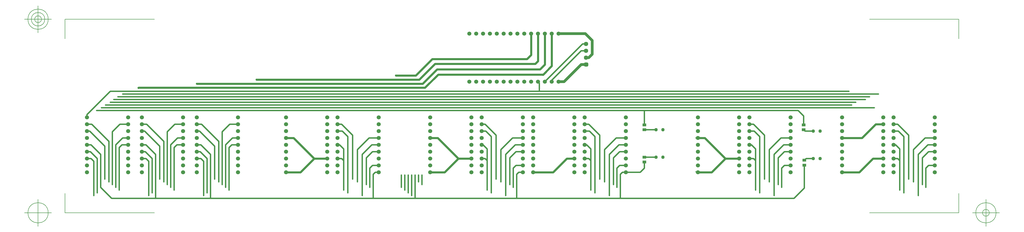
<source format=gbr>
G04 Generated by Ultiboard 14.1 *
%FSLAX34Y34*%
%MOMM*%

%ADD10C,0.0001*%
%ADD11C,0.5080*%
%ADD12C,0.7620*%
%ADD13C,1.0160*%
%ADD14C,0.2540*%
%ADD15C,0.1270*%
%ADD16C,0.5000*%
%ADD17C,0.7500*%
%ADD18C,1.5000*%
%ADD19R,1.4500X1.0500*%
%ADD20C,1.6088*%
%ADD21R,0.5291X0.5291*%
%ADD22C,0.9949*%
%ADD23C,1.2700*%


G04 ColorRGB 00FF00 for the following layer *
%LNCopper Top*%
%LPD*%
G54D10*
G54D11*
X104140Y60960D02*
X104140Y187960D01*
X307340Y60960D02*
X307340Y187960D01*
X332740Y213360D02*
X332740Y50800D01*
X510540Y60960D02*
X510540Y187960D01*
X535940Y213360D02*
X535940Y50800D01*
X1097280Y213360D02*
X1097280Y60960D01*
X1137920Y139700D02*
X1137920Y50800D01*
X1628140Y213360D02*
X1628140Y60960D01*
X2011680Y213360D02*
X2011680Y60960D01*
X2621280Y213360D02*
X2621280Y60960D01*
X3154680Y213360D02*
X3154680Y60960D01*
X116840Y71120D02*
X116840Y198120D01*
X198120Y238760D02*
X198120Y81280D01*
X320040Y71120D02*
X320040Y198120D01*
X401320Y238760D02*
X401320Y81280D01*
X523240Y71120D02*
X523240Y198120D01*
X604520Y238760D02*
X604520Y81280D01*
X1028700Y81280D02*
X1028700Y233680D01*
X1043940Y279400D02*
X1043940Y71120D01*
X1559560Y81280D02*
X1559560Y233680D01*
X1574800Y279400D02*
X1574800Y71120D01*
X1943100Y81280D02*
X1943100Y233680D01*
X1958340Y279400D02*
X1958340Y71120D01*
X2552700Y81280D02*
X2552700Y233680D01*
X2567940Y279400D02*
X2567940Y71120D01*
X3086100Y81280D02*
X3086100Y233680D01*
X3101340Y279400D02*
X3101340Y71120D01*
X172720Y101600D02*
X172720Y297180D01*
X185420Y91440D02*
X185420Y248920D01*
X375920Y101600D02*
X375920Y297180D01*
X388620Y91440D02*
X388620Y248920D01*
X579120Y101600D02*
X579120Y297180D01*
X591820Y91440D02*
X591820Y248920D01*
X1125220Y162560D02*
X1125220Y91440D01*
X1112520Y200660D02*
X1112520Y101600D01*
X1643380Y200660D02*
X1643380Y101600D01*
X1656080Y162560D02*
X1656080Y91440D01*
X2039620Y162560D02*
X2039620Y91440D01*
X2026920Y200660D02*
X2026920Y101600D01*
X2636520Y200660D02*
X2636520Y101600D01*
X2649220Y162560D02*
X2649220Y91440D01*
X3182620Y162560D02*
X3182620Y91440D01*
X3169920Y200660D02*
X3169920Y101600D01*
X144780Y121920D02*
X144780Y243840D01*
X160020Y111760D02*
X160020Y261620D01*
X347980Y121920D02*
X347980Y243840D01*
X363220Y111760D02*
X363220Y261620D01*
X551180Y121920D02*
X551180Y243840D01*
X566420Y111760D02*
X566420Y261620D01*
X1061720Y284480D02*
X1061720Y121920D01*
X1079500Y231140D02*
X1079500Y111760D01*
X1592580Y284480D02*
X1592580Y121920D01*
X1610360Y231140D02*
X1610360Y111760D01*
X1976120Y284480D02*
X1976120Y121920D01*
X1993900Y231140D02*
X1993900Y111760D01*
X2585720Y284480D02*
X2585720Y121920D01*
X2603500Y231140D02*
X2603500Y111760D01*
X3119120Y284480D02*
X3119120Y121920D01*
X3136900Y231140D02*
X3136900Y111760D01*
X1158240Y147320D02*
X1145540Y147320D01*
X1137920Y139700D01*
X1689100Y147320D02*
X1676400Y147320D01*
X1668780Y139700D01*
X2059940Y147320D02*
X2052320Y139700D01*
X2059940Y147320D02*
X2125980Y147320D01*
X2141220Y162560D01*
X1135380Y172720D02*
X1125220Y162560D01*
X1666240Y172720D02*
X1656080Y162560D01*
X2049780Y172720D02*
X2039620Y162560D01*
X2659380Y172720D02*
X2649220Y162560D01*
X3192780Y172720D02*
X3182620Y162560D01*
X93970Y198130D02*
X104140Y187960D01*
X297170Y198130D02*
X307340Y187960D01*
X500370Y198130D02*
X510540Y187960D01*
X1158240Y172720D02*
X1135380Y172720D01*
X1689100Y172720D02*
X1666240Y172720D01*
X2072640Y172720D02*
X2049780Y172720D01*
X2682240Y172720D02*
X2659380Y172720D01*
X3215640Y172720D02*
X3192780Y172720D01*
X78740Y198130D02*
X93970Y198130D01*
X91430Y223530D02*
X116840Y198120D01*
X281940Y198130D02*
X297170Y198130D01*
X294630Y223530D02*
X320040Y198120D01*
X485140Y198130D02*
X500370Y198130D01*
X497830Y223530D02*
X523240Y198120D01*
X1005840Y198120D02*
X1021080Y198120D01*
X1028700Y190500D01*
X1135380Y223520D02*
X1112520Y200660D01*
X1536700Y198120D02*
X1551940Y198120D01*
X1559560Y190500D01*
X1666240Y223520D02*
X1643380Y200660D01*
X1920240Y198120D02*
X1935480Y198120D01*
X1943100Y190500D01*
X2049780Y223520D02*
X2026920Y200660D01*
X2545080Y198120D02*
X2552700Y190500D01*
X2529840Y198120D02*
X2545080Y198120D01*
X2659380Y223520D02*
X2636520Y200660D01*
X3063240Y198120D02*
X3078480Y198120D01*
X3086100Y190500D01*
X3192780Y223520D02*
X3169920Y200660D01*
X78740Y223530D02*
X91430Y223530D01*
X281940Y223530D02*
X294630Y223530D01*
X297170Y248930D02*
X332740Y213360D01*
X485140Y223530D02*
X497830Y223530D01*
X500370Y248930D02*
X535940Y213360D01*
X1132840Y248920D02*
X1097280Y213360D01*
X1158240Y223520D02*
X1135380Y223520D01*
X1663700Y248920D02*
X1628140Y213360D01*
X1689100Y223520D02*
X1666240Y223520D01*
X2047240Y248920D02*
X2011680Y213360D01*
X2072640Y223520D02*
X2049780Y223520D01*
X2656840Y248920D02*
X2621280Y213360D01*
X2682240Y223520D02*
X2659380Y223520D01*
X3190240Y248920D02*
X3154680Y213360D01*
X3215640Y223520D02*
X3192780Y223520D01*
X88890Y299730D02*
X144780Y243840D01*
X208290Y248930D02*
X198120Y238760D01*
X292090Y299730D02*
X347980Y243840D01*
X411490Y248930D02*
X401320Y238760D01*
X495290Y299730D02*
X551180Y243840D01*
X614690Y248930D02*
X604520Y238760D01*
X1013460Y248920D02*
X1028700Y233680D01*
X1122680Y274320D02*
X1079500Y231140D01*
X1544320Y248920D02*
X1559560Y233680D01*
X1653540Y274320D02*
X1610360Y231140D01*
X1927860Y248920D02*
X1943100Y233680D01*
X2037080Y274320D02*
X1993900Y231140D01*
X2537460Y248920D02*
X2552700Y233680D01*
X2646680Y274320D02*
X2603500Y231140D01*
X3070860Y248920D02*
X3086100Y233680D01*
X3180080Y274320D02*
X3136900Y231140D01*
X78740Y248930D02*
X93970Y248930D01*
X96510Y325130D02*
X160020Y261620D01*
X210830Y274330D02*
X185420Y248920D01*
X231140Y248930D02*
X208290Y248930D01*
X281940Y248930D02*
X297170Y248930D01*
X299710Y325130D02*
X363220Y261620D01*
X414030Y274330D02*
X388620Y248920D01*
X434340Y248930D02*
X411490Y248930D01*
X485140Y248930D02*
X500370Y248930D01*
X502910Y325130D02*
X566420Y261620D01*
X617230Y274330D02*
X591820Y248920D01*
X637540Y248930D02*
X614690Y248930D01*
X1005840Y248920D02*
X1013460Y248920D01*
X1158240Y248920D02*
X1132840Y248920D01*
X1536700Y248920D02*
X1544320Y248920D01*
X1689100Y248920D02*
X1663700Y248920D01*
X1920240Y248920D02*
X1927860Y248920D01*
X2072640Y248920D02*
X2047240Y248920D01*
X2529840Y248920D02*
X2537460Y248920D01*
X2682240Y248920D02*
X2656840Y248920D01*
X3063240Y248920D02*
X3070860Y248920D01*
X3215640Y248920D02*
X3190240Y248920D01*
X231140Y274330D02*
X210830Y274330D01*
X434340Y274330D02*
X414030Y274330D01*
X637540Y274330D02*
X617230Y274330D01*
X1023620Y299720D02*
X1043940Y279400D01*
X1021080Y325120D02*
X1061720Y284480D01*
X1158240Y274320D02*
X1122680Y274320D01*
X1554480Y299720D02*
X1574800Y279400D01*
X1551940Y325120D02*
X1592580Y284480D01*
X1689100Y274320D02*
X1653540Y274320D01*
X1938020Y299720D02*
X1958340Y279400D01*
X1935480Y325120D02*
X1976120Y284480D01*
X2072640Y274320D02*
X2037080Y274320D01*
X2545080Y325120D02*
X2585720Y284480D01*
X2547620Y299720D02*
X2567940Y279400D01*
X2682240Y274320D02*
X2646680Y274320D01*
X3078480Y325120D02*
X3119120Y284480D01*
X3081020Y299720D02*
X3101340Y279400D01*
X3215640Y274320D02*
X3180080Y274320D01*
X78740Y299730D02*
X88890Y299730D01*
X200670Y325130D02*
X172720Y297180D01*
X281940Y299730D02*
X292090Y299730D01*
X403870Y325130D02*
X375920Y297180D01*
X485140Y299730D02*
X495290Y299730D01*
X607070Y325130D02*
X579120Y297180D01*
X1005840Y299720D02*
X1023620Y299720D01*
X1536700Y299720D02*
X1554480Y299720D01*
X1920240Y299720D02*
X1938020Y299720D01*
X2529840Y299720D02*
X2547620Y299720D01*
X3063240Y299720D02*
X3081020Y299720D01*
X78740Y325130D02*
X96510Y325130D01*
X231140Y325130D02*
X200670Y325130D01*
X281940Y325130D02*
X299710Y325130D01*
X434340Y325130D02*
X403870Y325130D01*
X485140Y325130D02*
X502910Y325130D01*
X637540Y325130D02*
X607070Y325130D01*
X1005840Y325120D02*
X1021080Y325120D01*
X1536700Y325120D02*
X1551940Y325120D01*
X1920240Y325120D02*
X1935480Y325120D01*
X2529840Y325120D02*
X2545080Y325120D01*
X3063240Y325120D02*
X3078480Y325120D01*
X1752600Y477520D02*
X1752600Y447040D01*
X1752600Y477520D02*
X1747520Y482600D01*
X1318260Y137160D02*
X1318260Y101600D01*
X1305560Y137160D02*
X1305560Y111760D01*
X1292860Y137160D02*
X1292860Y50800D01*
X1280160Y137160D02*
X1280160Y60960D01*
X1267460Y137160D02*
X1267460Y71120D01*
X1254760Y137160D02*
X1254760Y81280D01*
X1242060Y137160D02*
X1242060Y91440D01*
X1798320Y482600D02*
X1798320Y487680D01*
X1907540Y596900D01*
X1925320Y596900D01*
X1772920Y482600D02*
X1912620Y622300D01*
X1925320Y622300D01*
X114300Y375920D02*
X317500Y375920D01*
X519430Y375920D01*
X520700Y375920D02*
X886460Y375920D01*
X1417320Y375920D01*
X1569720Y375920D01*
X1800860Y375920D01*
X2141220Y375920D01*
X132080Y386080D02*
X335280Y386080D01*
X2992120Y386080D01*
X350520Y396240D02*
X2908300Y396240D01*
X571500Y406400D02*
X2923540Y406400D01*
X381000Y416560D02*
X2959100Y416560D01*
X599440Y426720D02*
X2974340Y426720D01*
X414020Y436880D02*
X3007360Y436880D01*
X297180Y447040D02*
X2897461Y447040D01*
X210820Y436880D02*
X414020Y436880D01*
X193040Y426720D02*
X396240Y426720D01*
X177800Y416560D02*
X381000Y416560D01*
X165100Y406400D02*
X368300Y406400D01*
X147320Y396240D02*
X350520Y396240D01*
X396240Y426720D02*
X599440Y426720D01*
X368300Y406400D02*
X571500Y406400D01*
X164870Y446810D02*
X78740Y360680D01*
X164870Y446810D02*
X297180Y446810D01*
X78740Y360680D02*
X78740Y350530D01*
X2141220Y375920D02*
X2710180Y375920D01*
X2730500Y355600D01*
X2052320Y139700D02*
X2052320Y52288D01*
X1668780Y139700D02*
X1668780Y52288D01*
X129540Y213360D02*
X129540Y91440D01*
X93970Y248930D02*
X129540Y213360D01*
X129540Y91440D02*
X170180Y50800D01*
X2694940Y50800D01*
X2141220Y162560D02*
X2141220Y185310D01*
X2141220Y304690D02*
X2184290Y304690D01*
X2141220Y322690D02*
X2141220Y375920D01*
X2733040Y191880D02*
X2739280Y198120D01*
X2739280Y198120D02*
X2766060Y198120D01*
X2735580Y299610D02*
X2765950Y299610D01*
X2735580Y299610D02*
X2730500Y304690D01*
X2730500Y322690D02*
X2730500Y355600D01*
X2733040Y173880D02*
X2733040Y88900D01*
X2694940Y50800D01*
X2141220Y203310D02*
X2184290Y203310D01*
G54D12*
X868680Y147320D02*
X815340Y147320D01*
X919480Y198120D02*
X868680Y147320D01*
X1402080Y147320D02*
X1348740Y147320D01*
X1452880Y198120D02*
X1402080Y147320D01*
X1729740Y147320D02*
X1803400Y147320D01*
X1854200Y198120D01*
X2339340Y147320D02*
X2390140Y147320D01*
X2440940Y198120D01*
X2936240Y147320D02*
X2872740Y147320D01*
X2987040Y198120D02*
X2936240Y147320D01*
X919480Y198120D02*
X843280Y274320D01*
X967740Y198120D02*
X919480Y198120D01*
X1452880Y198120D02*
X1376680Y274320D01*
X1501140Y198120D02*
X1452880Y198120D01*
X1854200Y198120D02*
X1882140Y198120D01*
X2440940Y198120D02*
X2364740Y274320D01*
X2440940Y198120D02*
X2491740Y198120D01*
X3025140Y198120D02*
X2987040Y198120D01*
X843280Y274320D02*
X815340Y274320D01*
X1376680Y274320D02*
X1348740Y274320D01*
X2364740Y274320D02*
X2339340Y274320D01*
X2946400Y274320D02*
X2872740Y274320D01*
X2997200Y325120D02*
X2946400Y274320D01*
X3025140Y325120D02*
X2997200Y325120D01*
X1772920Y660400D02*
X1772920Y546100D01*
X1747520Y660400D02*
X1747520Y558800D01*
X1755140Y528320D02*
X1374140Y528320D01*
X1772920Y546100D02*
X1755140Y528320D01*
X1737360Y548640D02*
X1366520Y548640D01*
X1747520Y558800D02*
X1737360Y548640D01*
X270050Y460550D02*
X269240Y459740D01*
X1377950Y509270D02*
X1329230Y460550D01*
X270050Y460550D02*
X1329230Y460550D01*
X1308100Y490220D02*
X706120Y490220D01*
X1366520Y548640D02*
X1308100Y490220D01*
X1320570Y474750D02*
X485370Y474750D01*
X1374140Y528320D02*
X1320570Y474750D01*
X1722120Y660400D02*
X1722120Y581660D01*
X1706880Y566420D01*
X1356360Y566420D01*
X1295400Y505460D01*
X1221740Y505460D01*
X1766570Y509270D02*
X1765300Y508000D01*
X1764338Y509270D02*
X1377950Y509270D01*
X1798320Y541020D02*
X1766570Y509270D01*
X1798320Y660400D02*
X1798320Y541020D01*
G54D13*
X1925320Y546100D02*
X1907540Y546100D01*
X1844040Y482600D01*
X1823720Y482600D01*
X1948180Y584200D02*
X1935480Y571500D01*
X1925320Y571500D01*
X1922780Y660400D02*
X1948180Y635000D01*
X1823720Y660400D02*
X1922780Y660400D01*
X1948180Y635000D02*
X1948180Y584200D01*
G54D14*
X2339340Y274320D02*
X2330680Y274320D01*
X2330000Y275000D01*
X2339340Y147320D02*
X2332680Y147320D01*
X2330000Y150000D01*
X2141220Y203310D02*
X2140000Y203310D01*
X2730500Y305160D02*
X2730500Y304690D01*
X2737540Y193280D02*
X2737540Y195160D01*
X2736796Y194024D02*
X2737540Y193280D01*
X2737540Y195160D02*
X2737456Y194024D01*
X2736320Y195160D01*
G54D15*
X-2540Y-2540D02*
X-2540Y69088D01*
X-2540Y-2540D02*
X328168Y-2540D01*
X3304540Y-2540D02*
X2973832Y-2540D01*
X3304540Y-2540D02*
X3304540Y69088D01*
X3304540Y713740D02*
X3304540Y642112D01*
X3304540Y713740D02*
X2973832Y713740D01*
X-2540Y713740D02*
X328168Y713740D01*
X-2540Y713740D02*
X-2540Y642112D01*
X-52540Y-2540D02*
X-152540Y-2540D01*
X-102540Y-52540D02*
X-102540Y47460D01*
X-140040Y-2540D02*
G75*
D01*
G02X-140040Y-2540I37500J0*
G01*
X3354540Y-2540D02*
X3454540Y-2540D01*
X3404540Y-52540D02*
X3404540Y47460D01*
X3367040Y-2540D02*
G75*
D01*
G02X3367040Y-2540I37500J0*
G01*
X3392040Y-2540D02*
G75*
D01*
G02X3392040Y-2540I12500J0*
G01*
X-52540Y713740D02*
X-152540Y713740D01*
X-102540Y663740D02*
X-102540Y763740D01*
X-140040Y713740D02*
G75*
D01*
G02X-140040Y713740I37500J0*
G01*
X-127540Y713740D02*
G75*
D01*
G02X-127540Y713740I25000J0*
G01*
X-115040Y713740D02*
G75*
D01*
G02X-115040Y713740I12500J0*
G01*
G54D16*
X104140Y60960D03*
X307340Y60960D03*
X510540Y60960D03*
X1097280Y60960D03*
X1628140Y60960D03*
X2011680Y60960D03*
X2621280Y60960D03*
X3154680Y60960D03*
X116840Y71120D03*
X198120Y81280D03*
X320040Y71120D03*
X401320Y81280D03*
X523240Y71120D03*
X604520Y81280D03*
X1028700Y81280D03*
X1043940Y71120D03*
X1559560Y81280D03*
X1574800Y71120D03*
X1943100Y81280D03*
X1958340Y71120D03*
X2552700Y81280D03*
X2567940Y71120D03*
X3086100Y81280D03*
X3101340Y71120D03*
X172720Y101600D03*
X185420Y91440D03*
X375920Y101600D03*
X388620Y91440D03*
X579120Y101600D03*
X591820Y91440D03*
X1112520Y101600D03*
X1125220Y91440D03*
X1643380Y101600D03*
X1656080Y91440D03*
X2026920Y101600D03*
X2039620Y91440D03*
X2636520Y101600D03*
X2649220Y91440D03*
X3169920Y101600D03*
X3182620Y91440D03*
X144780Y121920D03*
X160020Y111760D03*
X347980Y121920D03*
X363220Y111760D03*
X551180Y121920D03*
X566420Y111760D03*
X1061720Y121920D03*
X1079500Y111760D03*
X1592580Y121920D03*
X1610360Y111760D03*
X1976120Y121920D03*
X1993900Y111760D03*
X2585720Y121920D03*
X2603500Y111760D03*
X3119120Y121920D03*
X3136900Y111760D03*
X114300Y375920D03*
X132080Y386080D03*
X317500Y375920D03*
X335280Y386080D03*
X520700Y375920D03*
X538480Y386080D03*
X886460Y375920D03*
X934720Y386080D03*
X1417320Y375920D03*
X1465580Y386080D03*
X1800860Y375920D03*
X1849120Y386080D03*
X2458720Y386080D03*
X2992120Y386080D03*
X165100Y406400D03*
X147320Y396240D03*
X350520Y396240D03*
X368300Y406400D03*
X553720Y396240D03*
X571500Y406400D03*
X866140Y406400D03*
X850900Y396240D03*
X1381760Y396240D03*
X1397000Y406400D03*
X1765300Y396240D03*
X1780540Y406400D03*
X2374900Y396240D03*
X2390140Y406400D03*
X2923540Y406400D03*
X2908300Y396240D03*
X177800Y416560D03*
X193040Y426720D03*
X381000Y416560D03*
X396240Y426720D03*
X584200Y416560D03*
X599440Y426720D03*
X901700Y416560D03*
X916940Y426720D03*
X1432560Y416560D03*
X1447800Y426720D03*
X1816100Y416560D03*
X1831340Y426720D03*
X2425700Y416560D03*
X2440940Y426720D03*
X2959100Y416560D03*
X2974340Y426720D03*
X210820Y436880D03*
X297180Y447040D03*
X414020Y436880D03*
X500380Y447040D03*
X617220Y436880D03*
X838200Y447040D03*
X949960Y436880D03*
X1369060Y447040D03*
X1480820Y436880D03*
X1752600Y447040D03*
X1864360Y436880D03*
X2362200Y447040D03*
X2473960Y436880D03*
X2895600Y447040D03*
X3007360Y436880D03*
X1569720Y375920D03*
X1595120Y386080D03*
X1620520Y396240D03*
X1645920Y406400D03*
X1671320Y416560D03*
X1242060Y137160D03*
X1254760Y137160D03*
X1267460Y137160D03*
X1280160Y137160D03*
X1292860Y137160D03*
X1305560Y137160D03*
X1318260Y137160D03*
X1242060Y91440D03*
X1254760Y81280D03*
X1267460Y71120D03*
X1280160Y60960D03*
X1305560Y111760D03*
X1318260Y101600D03*
G54D17*
X269240Y459740D03*
X706120Y490220D03*
X1221740Y505460D03*
X485140Y474980D03*
G54D18*
X3063240Y147320D03*
X3215640Y147320D03*
X3063240Y172720D03*
X3215640Y172720D03*
X3063240Y198120D03*
X3215640Y198120D03*
X3063240Y223520D03*
X3215640Y223520D03*
X3063240Y248920D03*
X3215640Y248920D03*
X3063240Y274320D03*
X3215640Y274320D03*
X3063240Y299720D03*
X3215640Y299720D03*
X3063240Y325120D03*
X3215640Y325120D03*
X3063240Y350520D03*
X3215640Y350520D03*
X2872740Y147320D03*
X3025140Y147320D03*
X2872740Y172720D03*
X3025140Y172720D03*
X2872740Y198120D03*
X3025140Y198120D03*
X2872740Y223520D03*
X3025140Y223520D03*
X2872740Y248920D03*
X3025140Y248920D03*
X2872740Y274320D03*
X3025140Y274320D03*
X2872740Y299720D03*
X3025140Y299720D03*
X2872740Y325120D03*
X3025140Y325120D03*
X2872740Y350520D03*
X3025140Y350520D03*
X2529840Y147320D03*
X2682240Y147320D03*
X2529840Y172720D03*
X2682240Y172720D03*
X2529840Y198120D03*
X2682240Y198120D03*
X2529840Y223520D03*
X2682240Y223520D03*
X2529840Y248920D03*
X2682240Y248920D03*
X2529840Y274320D03*
X2682240Y274320D03*
X2529840Y299720D03*
X2682240Y299720D03*
X2529840Y325120D03*
X2682240Y325120D03*
X2529840Y350520D03*
X2682240Y350520D03*
X2339340Y147320D03*
X2491740Y147320D03*
X2339340Y172720D03*
X2491740Y172720D03*
X2339340Y198120D03*
X2491740Y198120D03*
X2339340Y223520D03*
X2491740Y223520D03*
X2339340Y248920D03*
X2491740Y248920D03*
X2339340Y274320D03*
X2491740Y274320D03*
X2339340Y299720D03*
X2491740Y299720D03*
X2339340Y325120D03*
X2491740Y325120D03*
X2339340Y350520D03*
X2491740Y350520D03*
X1920240Y147320D03*
X2072640Y147320D03*
X1920240Y172720D03*
X2072640Y172720D03*
X1920240Y198120D03*
X2072640Y198120D03*
X1920240Y223520D03*
X2072640Y223520D03*
X1920240Y248920D03*
X2072640Y248920D03*
X1920240Y274320D03*
X2072640Y274320D03*
X1920240Y299720D03*
X2072640Y299720D03*
X1920240Y325120D03*
X2072640Y325120D03*
X1920240Y350520D03*
X2072640Y350520D03*
X1348740Y147320D03*
X1501140Y147320D03*
X1348740Y172720D03*
X1501140Y172720D03*
X1348740Y198120D03*
X1501140Y198120D03*
X1348740Y223520D03*
X1501140Y223520D03*
X1348740Y248920D03*
X1501140Y248920D03*
X1348740Y274320D03*
X1501140Y274320D03*
X1348740Y299720D03*
X1501140Y299720D03*
X1348740Y325120D03*
X1501140Y325120D03*
X1348740Y350520D03*
X1501140Y350520D03*
X1005840Y147320D03*
X1158240Y147320D03*
X1005840Y172720D03*
X1158240Y172720D03*
X1005840Y198120D03*
X1158240Y198120D03*
X1005840Y223520D03*
X1158240Y223520D03*
X1005840Y248920D03*
X1158240Y248920D03*
X1005840Y274320D03*
X1158240Y274320D03*
X1005840Y299720D03*
X1158240Y299720D03*
X1005840Y325120D03*
X1158240Y325120D03*
X1005840Y350520D03*
X1158240Y350520D03*
X815340Y147320D03*
X967740Y147320D03*
X815340Y172720D03*
X967740Y172720D03*
X815340Y198120D03*
X967740Y198120D03*
X815340Y223520D03*
X967740Y223520D03*
X815340Y248920D03*
X967740Y248920D03*
X815340Y274320D03*
X967740Y274320D03*
X815340Y299720D03*
X967740Y299720D03*
X815340Y325120D03*
X967740Y325120D03*
X815340Y350520D03*
X967740Y350520D03*
X1729740Y147320D03*
X1882140Y147320D03*
X1729740Y172720D03*
X1882140Y172720D03*
X1729740Y198120D03*
X1882140Y198120D03*
X1729740Y223520D03*
X1882140Y223520D03*
X1729740Y248920D03*
X1882140Y248920D03*
X1729740Y274320D03*
X1882140Y274320D03*
X1729740Y299720D03*
X1882140Y299720D03*
X1729740Y325120D03*
X1882140Y325120D03*
X1729740Y350520D03*
X1882140Y350520D03*
X1539240Y147320D03*
X1691640Y147320D03*
X1539240Y172720D03*
X1691640Y172720D03*
X1539240Y198120D03*
X1691640Y198120D03*
X1539240Y223520D03*
X1691640Y223520D03*
X1539240Y248920D03*
X1691640Y248920D03*
X1539240Y274320D03*
X1691640Y274320D03*
X1539240Y299720D03*
X1691640Y299720D03*
X1539240Y325120D03*
X1691640Y325120D03*
X1539240Y350520D03*
X1691640Y350520D03*
X485140Y147330D03*
X637540Y147330D03*
X485140Y172730D03*
X637540Y172730D03*
X485140Y198130D03*
X637540Y198130D03*
X485140Y223530D03*
X637540Y223530D03*
X485140Y248930D03*
X637540Y248930D03*
X485140Y274330D03*
X637540Y274330D03*
X485140Y299730D03*
X637540Y299730D03*
X485140Y325130D03*
X637540Y325130D03*
X485140Y350530D03*
X637540Y350530D03*
X281940Y147330D03*
X434340Y147330D03*
X281940Y172730D03*
X434340Y172730D03*
X281940Y198130D03*
X434340Y198130D03*
X281940Y223530D03*
X434340Y223530D03*
X281940Y248930D03*
X434340Y248930D03*
X281940Y274330D03*
X434340Y274330D03*
X281940Y299730D03*
X434340Y299730D03*
X281940Y325130D03*
X434340Y325130D03*
X281940Y350530D03*
X434340Y350530D03*
X78740Y147330D03*
X231140Y147330D03*
X78740Y172730D03*
X231140Y172730D03*
X78740Y198130D03*
X231140Y198130D03*
X78740Y223530D03*
X231140Y223530D03*
X78740Y248930D03*
X231140Y248930D03*
X78740Y274330D03*
X231140Y274330D03*
X78740Y299730D03*
X231140Y299730D03*
X78740Y325130D03*
X231140Y325130D03*
X78740Y350530D03*
X231140Y350530D03*
X1645920Y660400D03*
X1823720Y660400D03*
X1823720Y482600D03*
X1747520Y482600D03*
X1722120Y482600D03*
X1696720Y482600D03*
X1671320Y482600D03*
X1645920Y482600D03*
X1620520Y482600D03*
X1595120Y482600D03*
X1696720Y660400D03*
X1544320Y482600D03*
X1518920Y482600D03*
X1493520Y482600D03*
X1493520Y660400D03*
X1518920Y660400D03*
X1544320Y660400D03*
X1569720Y660400D03*
X1798320Y660400D03*
X1772920Y660400D03*
X1747520Y660400D03*
X1722120Y660400D03*
X1671320Y660400D03*
X1620520Y660400D03*
X1772920Y482600D03*
X1798320Y482600D03*
X1569720Y482600D03*
X1595120Y660400D03*
G54D19*
X2141220Y322690D03*
X2141220Y304690D03*
X2141220Y185310D03*
X2141220Y203310D03*
X2730500Y304690D03*
X2730500Y322690D03*
X2733040Y173880D03*
X2733040Y191880D03*
G54D20*
X1925320Y571500D03*
X1925320Y622300D03*
X1925320Y596900D03*
G54D21*
X1925320Y546100D03*
G54D22*
X1922675Y543455D02*
X1927965Y543455D01*
X1927965Y548745D01*
X1922675Y548745D01*
X1922675Y543455D01*D02*
G54D23*
X2209800Y304800D03*
X2184400Y304800D03*
X2209800Y203200D03*
X2184400Y203200D03*
X2791460Y299720D03*
X2766060Y299720D03*
X2791460Y198120D03*
X2766060Y198120D03*

M02*

</source>
